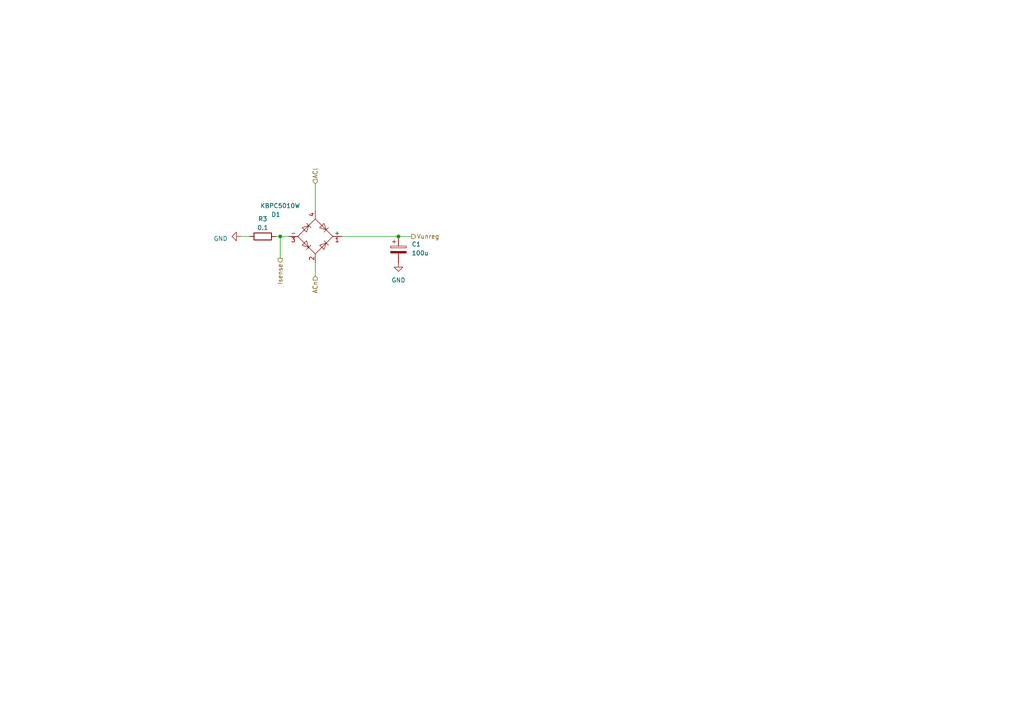
<source format=kicad_sch>
(kicad_sch (version 20230121) (generator eeschema)
  (paper "A4")
  (lib_symbols
    (symbol "Device:C_Polarized" (pin_numbers hide) (pin_names (offset 0.254))
      (property "Reference" "C" (at 0.635 2.54 0))
      (property "Value" "C_Polarized" (at 0.635 -2.54 0))
      (symbol "C_Polarized_0_1"
        (rectangle (start -2.286 0.508) (end 2.286 1.016))
        (polyline (pts (xy -1.778 2.286) (xy -0.762 2.286)))
        (polyline (pts (xy -1.27 2.794) (xy -1.27 1.778)))
        (rectangle (start 2.286 -0.508) (end -2.286 -1.016) (fill (type outline)))
      )
      (symbol "C_Polarized_1_1"
        (pin passive line (at 0 3.81 270) (length 2.794) (name "~") (number "1"))
        (pin passive line (at 0 -3.81 90) (length 2.794) (name "~") (number "2"))
      )
    )
    (symbol "Device:R" (pin_numbers hide) (pin_names (offset 0))
      (property "Reference" "R" (at 2.032 0 90))
      (property "Value" "R" (at 0 0 90))
      (symbol "R_0_1"
        (rectangle (start -1.016 -2.54) (end 1.016 2.54) (stroke (width 0.254)))
      )
      (symbol "R_1_1"
        (pin passive line (at 0 3.81 270) (length 1.27) (name "~") (number "1"))
        (pin passive line (at 0 -3.81 90) (length 1.27) (name "~") (number "2"))
      )
    )
    (symbol "Diode_Bridge:KBPC5010W" (pin_names (offset 0))
      (property "Reference" "D" (at 7.62 7.62 0))
      (property "Value" "KBPC5010W" (at 7.62 5.08 0))
      (symbol "KBPC5010W_0_1"
        (polyline (pts (xy -2.54 3.81) (xy -1.27 2.54)))
        (polyline (pts (xy -1.27 -2.54) (xy -2.54 -3.81)))
        (polyline (pts (xy 2.54 -1.27) (xy 3.81 -2.54)))
        (polyline (pts (xy 2.54 1.27) (xy 3.81 2.54)))
        (polyline (pts (xy -3.81 2.54) (xy -2.54 1.27) (xy -1.905 3.175) (xy -3.81 2.54)))
        (polyline (pts (xy -2.54 -1.27) (xy -3.81 -2.54) (xy -1.905 -3.175) (xy -2.54 -1.27)))
        (polyline (pts (xy 1.27 2.54) (xy 2.54 3.81) (xy 3.175 1.905) (xy 1.27 2.54)))
        (polyline (pts (xy 3.175 -1.905) (xy 1.27 -2.54) (xy 2.54 -3.81) (xy 3.175 -1.905)))
        (polyline (pts (xy -5.08 0) (xy 0 -5.08) (xy 5.08 0) (xy 0 5.08) (xy -5.08 0)))
      )
      (symbol "KBPC5010W_1_1"
        (pin passive line (at 7.62 0 180) (length 2.54) (name "+") (number "1"))
        (pin passive line (at 0 -7.62 90) (length 2.54) (name "~") (number "2"))
        (pin passive line (at -7.62 0 0) (length 2.54) (name "-") (number "3"))
        (pin passive line (at 0 7.62 270) (length 2.54) (name "~") (number "4"))
      )
    )
    (symbol "power:GND" (power) (pin_names (offset 0))
      (property "Value" "GND" (at 0 -3.81 0))
      (symbol "GND_0_1"
        (polyline (pts (xy 0 0) (xy 0 -1.27) (xy 1.27 -1.27) (xy 0 -2.54) (xy -1.27 -1.27) (xy 0 -1.27)))
      )
      (symbol "GND_1_1"
        (pin power_in line (at 0 0 270) (length 0) hide (name "GND") (number "1"))
      )
    )
  )
  (junction (at 115.57 68.58))
  (junction (at 81.28 68.58))
  (wire (pts (xy 91.44 53.34) (xy 91.44 60.96)))
  (wire (pts (xy 81.28 74.93) (xy 81.28 68.58)))
  (wire (pts (xy 81.28 68.58) (xy 83.82 68.58)))
  (wire (pts (xy 99.06 68.58) (xy 115.57 68.58)))
  (wire (pts (xy 80.01 68.58) (xy 81.28 68.58)))
  (wire (pts (xy 91.44 80.01) (xy 91.44 76.2)))
  (wire (pts (xy 115.57 68.58) (xy 119.38 68.58)))
  (wire (pts (xy 69.85 68.58) (xy 72.39 68.58)))
  (hierarchical_label "Isense" (shape output) (at 81.28 74.93 270))
  (hierarchical_label "ACl" (shape input) (at 91.44 53.34 90))
  (hierarchical_label "Vunreg" (shape output) (at 119.38 68.58 0))
  (hierarchical_label "ACn" (shape input) (at 91.44 80.01 270))
  (symbol (lib_id "Diode_Bridge:KBPC5010W") (at 91.44 68.58 0) (unit 1)
    (property "Reference" "D1" (at 80.01 62.23 0))
    (property "Value" "KBPC5010W" (at 81.28 59.69 0))
    (property "Footprint" "Diode_THT:Diode_Bridge_GeneSiC_KBPC_W" (effects hide))
    (property "Datasheet" "https://www.diodemodule.com/bridge-rectifier/kbpc/kbpc5010t.pdf" (effects hide))
  )
  (symbol (lib_id "Device:C_Polarized") (at 115.57 72.39 0) (unit 1)
    (property "Reference" "C1" (at 119.38 70.866 0) (effects (justify left)))
    (property "Value" "100u" (at 119.38 73.406 0) (effects (justify left)))
    (property "Footprint" "Capacitor_THT:CP_Radial_D17.0mm_P7.50mm" (effects hide))
  )
  (symbol (lib_id "power:GND") (at 69.85 68.58 270) (unit 1)
    (property "Reference" "#PWR03" (effects hide))
    (property "Value" "GND" (at 66.04 69.215 90) (effects (justify right)))
  )
  (symbol (lib_id "Device:R") (at 76.2 68.58 90) (unit 1)
    (property "Reference" "R3" (at 76.2 63.5 90))
    (property "Value" "0.1" (at 76.2 66.04 90))
    (property "Footprint" "Resistor_THT:R_Radial_Power_L13.0mm_W9.0mm_P5.00mm" (effects hide))
  )
  (symbol (lib_id "power:GND") (at 115.57 76.2 0) (unit 1)
    (property "Reference" "#PWR04" (effects hide))
    (property "Value" "GND" (at 115.57 81.28 0))
  )
)
</source>
